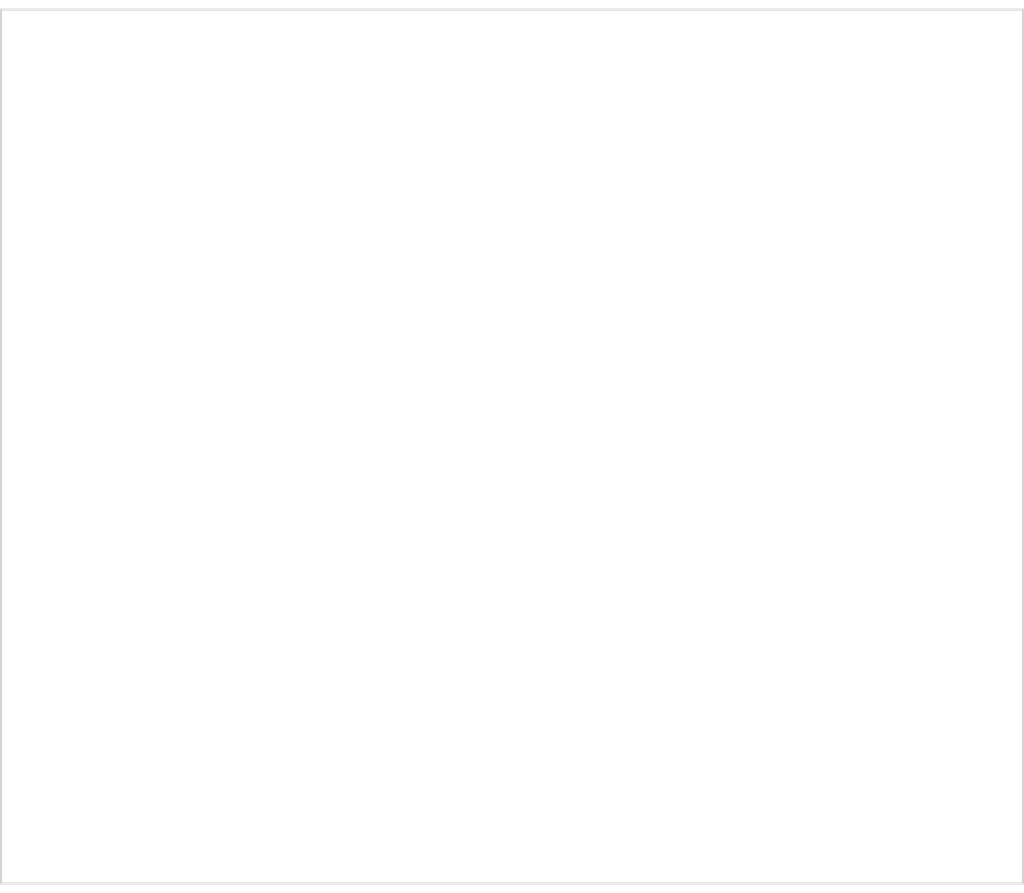
<source format=kicad_pcb>
(kicad_pcb (version 20211014) (generator pcbnew)
  (layers (0 "F.Cu" signal) (31 "B.Cu" signal) (34 "B.Paste" user) (35 "F.Paste" user) (36 "B.SilkS" user "B.Silkscreen") (37 "F.SilkS" user "F.Silkscreen") (38 "B.Mask" user) (39 "F.Mask" user) (44 "Edge.Cuts" user))
  (net 0 "")
  (footprint "MountingHole:MountingHole_3.2mm_M3" (layer "F.Cu") (at 43.06 3)
    (fp_text reference "REF**" hide)
    (fp_text value "MountingHole_3.2mm_M3" hide)
    (pad "" np_thru_hole oval locked (at 0 0) (size 7 3.2) (drill oval 7 3.2) (layers F&B.Cu *.Mask))
  )
  (footprint "MountingHole:MountingHole_3.2mm_M3" (layer "F.Cu") (at 7.5 40.2)
    (fp_text reference "REF**" hide)
    (fp_text value "MountingHole_3.2mm_M3" hide)
    (pad "" np_thru_hole oval locked (at 0 0) (size 7 3.2) (drill oval 7 3.2) (layers F&B.Cu *.Mask))
  )
  (footprint "MountingHole:MountingHole_3.2mm_M3" (layer "F.Cu") (at 7.5 3)
    (fp_text reference "REF**" hide)
    (fp_text value "MountingHole_3.2mm_M3" hide)
    (pad "" np_thru_hole oval locked (at 0 0) (size 7 3.2) (drill oval 7 3.2) (layers F&B.Cu *.Mask))
  )
  (footprint "MountingHole:MountingHole_3.2mm_M3" (layer "F.Cu") (at 43.06 40.2)
    (fp_text reference "REF**" hide)
    (fp_text value "MountingHole_3.2mm_M3" hide)
    (pad "" np_thru_hole oval locked (at 0 0) (size 7 3.2) (drill oval 7 3.2) (layers F&B.Cu *.Mask))
  )
  (gr_line (start 50.5 0) (end 50.5 43.2) (layer "Edge.Cuts") (width 0.1))
  (gr_line (start 0 43.2) (end 0 0) (layer "Edge.Cuts") (width 0.1))
  (gr_line (start 0 0) (end 50.5 0) (layer "Edge.Cuts") (width 0.1))
  (gr_line (start 50.5 43.2) (end 0 43.2) (layer "Edge.Cuts") (width 0.1))
)
</source>
